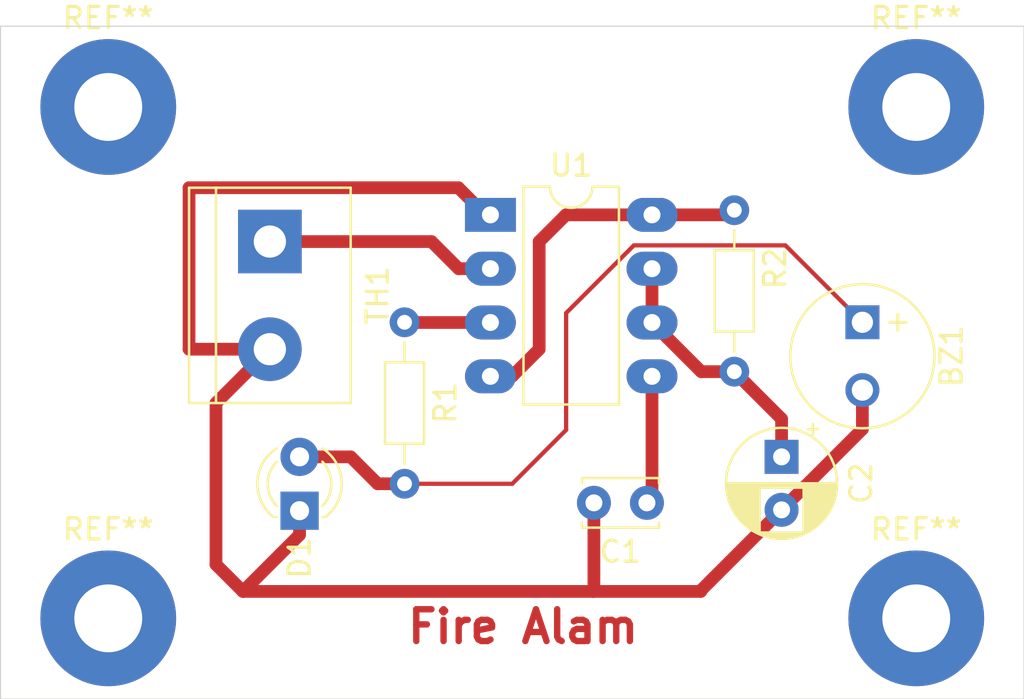
<source format=kicad_pcb>
(kicad_pcb (version 20240108) (generator "pcbnew") (generator_version "8.0")
  (layers (0 "F.Cu" signal) (31 "B.Cu" signal) (34 "B.Paste" user) (35 "F.Paste" user) (36 "B.SilkS" user "B.Silkscreen") (37 "F.SilkS" user "F.Silkscreen") (38 "B.Mask" user) (39 "F.Mask" user) (44 "Edge.Cuts" user))
  (net 0 "")
  (net 1 "Net-(U1-CV)")
  (net 2 "+5V")
  (net 3 "Net-(U1-DIS)")
  (net 4 "Net-(U1-Q)")
  (net 5 "Net-(U1-TR)")
  (net 6 "Net-(BZ1-+)")
  (net 7 "GND")
  (footprint "MountingHole:MountingHole_3.2mm_M3_Pad" (layer "F.Cu") (at 132.08 107.95)
    (property "Reference" "REF**" (at 0 -4.2 0) (layer "F.SilkS"))
    (property "Value" "MountingHole_3.2mm_M3_Pad" (hide yes))
    (pad "1" thru_hole circle (at 0 0) (size 6.4 6.4) (drill 3.2) (layers "*.Cu" "*.Mask"))
  )
  (footprint "Package_DIP:DIP-8_W7.62mm_LongPads" (layer "F.Cu") (at 112 88.91)
    (property "Reference" "U1" (at 3.81 -2.33 0) (layer "F.SilkS"))
    (property "Value" "NE555P" (hide yes))
    (fp_line (start 1.56 -1.33) (end 1.56 8.95) (stroke (width 0.12)) (layer "F.SilkS"))
    (fp_line (start 1.56 8.95) (end 6.06 8.95) (stroke (width 0.12)) (layer "F.SilkS"))
    (fp_line (start 2.81 -1.33) (end 1.56 -1.33) (stroke (width 0.12)) (layer "F.SilkS"))
    (fp_line (start 6.06 -1.33) (end 4.81 -1.33) (stroke (width 0.12)) (layer "F.SilkS"))
    (fp_line (start 6.06 8.95) (end 6.06 -1.33) (stroke (width 0.12)) (layer "F.SilkS"))
    (fp_arc (start 4.81 -1.33) (mid 3.81 -0.33) (end 2.81 -1.33) (stroke (width 0.12)) (layer "F.SilkS"))
    (pad "1" thru_hole rect (at 0 0) (size 2.4 1.6) (drill 0.8) (layers "*.Cu" "*.Mask") (net 7 "GND"))
    (pad "2" thru_hole oval (at 0 2.54) (size 2.4 1.6) (drill 0.8) (layers "*.Cu" "*.Mask") (net 5 "Net-(U1-TR)"))
    (pad "3" thru_hole oval (at 0 5.08) (size 2.4 1.6) (drill 0.8) (layers "*.Cu" "*.Mask") (net 4 "Net-(U1-Q)"))
    (pad "4" thru_hole oval (at 0 7.62) (size 2.4 1.6) (drill 0.8) (layers "*.Cu" "*.Mask") (net 2 "+5V"))
    (pad "5" thru_hole oval (at 7.62 7.62) (size 2.4 1.6) (drill 0.8) (layers "*.Cu" "*.Mask") (net 1 "Net-(U1-CV)"))
    (pad "6" thru_hole oval (at 7.62 5.08) (size 2.4 1.6) (drill 0.8) (layers "*.Cu" "*.Mask") (net 3 "Net-(U1-DIS)"))
    (pad "7" thru_hole oval (at 7.62 2.54) (size 2.4 1.6) (drill 0.8) (layers "*.Cu" "*.Mask") (net 3 "Net-(U1-DIS)"))
    (pad "8" thru_hole oval (at 7.62 0) (size 2.4 1.6) (drill 0.8) (layers "*.Cu" "*.Mask") (net 2 "+5V"))
  )
  (footprint "Buzzer_Beeper:MagneticBuzzer_Kingstate_KCG0601" (layer "F.Cu") (at 129.54 93.98 -90)
    (property "Reference" "BZ1" (at 1.6 -4.2 90) (layer "F.SilkS"))
    (property "Value" "Buzzer")
    (fp_circle (center 1.6 0) (end 5 0) (stroke (width 0.12)) (fill none) (layer "F.SilkS"))
    (fp_text user "+" (at 0 -1.6 90) (layer "F.SilkS"))
    (pad "1" thru_hole rect (at 0 0 270) (size 1.6 1.6) (drill 1) (layers "*.Cu" "*.Mask") (net 6 "Net-(BZ1-+)"))
    (pad "2" thru_hole circle (at 3.2 0 270) (size 1.6 1.6) (drill 1) (layers "*.Cu" "*.Mask") (net 7 "GND"))
  )
  (footprint "MountingHole:MountingHole_3.2mm_M3_Pad" (layer "F.Cu") (at 132.08 83.82)
    (property "Reference" "REF**" (at 0 -4.2 0) (layer "F.SilkS"))
    (property "Value" "MountingHole_3.2mm_M3_Pad" (hide yes))
    (pad "1" thru_hole circle (at 0 0) (size 6.4 6.4) (drill 3.2) (layers "*.Cu" "*.Mask"))
  )
  (footprint "MountingHole:MountingHole_3.2mm_M3_Pad" (layer "F.Cu") (at 93.98 107.95)
    (property "Reference" "REF**" (at 0 -4.2 0) (layer "F.SilkS"))
    (property "Value" "MountingHole_3.2mm_M3_Pad" (hide yes))
    (pad "1" thru_hole circle (at 0 0) (size 6.4 6.4) (drill 3.2) (layers "*.Cu" "*.Mask"))
  )
  (footprint "Resistor_THT:R_Axial_DIN0204_L3.6mm_D1.6mm_P7.62mm_Horizontal" (layer "F.Cu") (at 107.95 93.98 -90)
    (property "Reference" "R1" (at 3.81 -1.92 90) (layer "F.SilkS"))
    (property "Value" "R")
    (fp_line (start 1.89 0.92) (end 5.73 0.92) (stroke (width 0.12)) (layer "F.SilkS"))
    (fp_line (start 5.73 0.92) (end 5.73 -0.92) (stroke (width 0.12)) (layer "F.SilkS"))
    (fp_line (start 0.94 0) (end 1.89 0) (stroke (width 0.12)) (layer "F.SilkS"))
    (fp_line (start 6.68 0) (end 5.73 0) (stroke (width 0.12)) (layer "F.SilkS"))
    (fp_line (start 1.89 -0.92) (end 1.89 0.92) (stroke (width 0.12)) (layer "F.SilkS"))
    (fp_line (start 5.73 -0.92) (end 1.89 -0.92) (stroke (width 0.12)) (layer "F.SilkS"))
    (pad "1" thru_hole circle (at 0 0 270) (size 1.4 1.4) (drill 0.7) (layers "*.Cu" "*.Mask") (net 4 "Net-(U1-Q)"))
    (pad "2" thru_hole oval (at 7.62 0 270) (size 1.4 1.4) (drill 0.7) (layers "*.Cu" "*.Mask") (net 6 "Net-(BZ1-+)"))
  )
  (footprint "Capacitor_THT:C_Disc_D3.4mm_W2.1mm_P2.50mm" (layer "F.Cu") (at 119.38 102.5 180)
    (property "Reference" "C1" (at 1.25 -2.3 0) (layer "F.SilkS"))
    (property "Value" "C")
    (fp_line (start 3.07 0.925) (end 3.07 1.17) (stroke (width 0.12)) (layer "F.SilkS"))
    (fp_line (start 3.07 -1.17) (end 3.07 -0.925) (stroke (width 0.12)) (layer "F.SilkS"))
    (fp_line (start -0.57 1.17) (end 3.07 1.17) (stroke (width 0.12)) (layer "F.SilkS"))
    (fp_line (start -0.57 0.925) (end -0.57 1.17) (stroke (width 0.12)) (layer "F.SilkS"))
    (fp_line (start -0.57 -1.17) (end 3.07 -1.17) (stroke (width 0.12)) (layer "F.SilkS"))
    (fp_line (start -0.57 -1.17) (end -0.57 -0.925) (stroke (width 0.12)) (layer "F.SilkS"))
    (pad "1" thru_hole circle (at 0 0 180) (size 1.6 1.6) (drill 0.8) (layers "*.Cu" "*.Mask") (net 1 "Net-(U1-CV)"))
    (pad "2" thru_hole circle (at 2.5 0 180) (size 1.6 1.6) (drill 0.8) (layers "*.Cu" "*.Mask") (net 7 "GND"))
  )
  (footprint "Capacitor_THT:CP_Radial_D5.0mm_P2.50mm" (layer "F.Cu") (at 125.73 100.33 -90)
    (property "Reference" "C2" (at 1.25 -3.75 90) (layer "F.SilkS"))
    (property "Value" "C_Polarized")
    (fp_line (start 1.49 1.04) (end 1.49 2.569) (stroke (width 0.12)) (layer "F.SilkS"))
    (fp_line (start 1.53 1.04) (end 1.53 2.565) (stroke (width 0.12)) (layer "F.SilkS"))
    (fp_line (start 1.57 1.04) (end 1.57 2.561) (stroke (width 0.12)) (layer "F.SilkS"))
    (fp_line (start 1.61 1.04) (end 1.61 2.556) (stroke (width 0.12)) (layer "F.SilkS"))
    (fp_line (start 1.65 1.04) (end 1.65 2.55) (stroke (width 0.12)) (layer "F.SilkS"))
    (fp_line (start 1.69 1.04) (end 1.69 2.543) (stroke (width 0.12)) (layer "F.SilkS"))
    (fp_line (start 1.73 1.04) (end 1.73 2.536) (stroke (width 0.12)) (layer "F.SilkS"))
    (fp_line (start 1.77 1.04) (end 1.77 2.528) (stroke (width 0.12)) (layer "F.SilkS"))
    (fp_line (start 1.81 1.04) (end 1.81 2.52) (stroke (width 0.12)) (layer "F.SilkS"))
    (fp_line (start 1.85 1.04) (end 1.85 2.511) (stroke (width 0.12)) (layer "F.SilkS"))
    (fp_line (start 1.89 1.04) (end 1.89 2.501) (stroke (width 0.12)) (layer "F.SilkS"))
    (fp_line (start 1.93 1.04) (end 1.93 2.491) (stroke (width 0.12)) (layer "F.SilkS"))
    (fp_line (start 1.971 1.04) (end 1.971 2.48) (stroke (width 0.12)) (layer "F.SilkS"))
    (fp_line (start 2.011 1.04) (end 2.011 2.468) (stroke (width 0.12)) (layer "F.SilkS"))
    (fp_line (start 2.051 1.04) (end 2.051 2.455) (stroke (width 0.12)) (layer "F.SilkS"))
    (fp_line (start 2.091 1.04) (end 2.091 2.442) (stroke (width 0.12)) (layer "F.SilkS"))
    (fp_line (start 2.131 1.04) (end 2.131 2.428) (stroke (width 0.12)) (layer "F.SilkS"))
    (fp_line (start 2.171 1.04) (end 2.171 2.414) (stroke (width 0.12)) (layer "F.SilkS"))
    (fp_line (start 2.211 1.04) (end 2.211 2.398) (stroke (width 0.12)) (layer "F.SilkS"))
    (fp_line (start 2.251 1.04) (end 2.251 2.382) (stroke (width 0.12)) (layer "F.SilkS"))
    (fp_line (start 2.291 1.04) (end 2.291 2.365) (stroke (width 0.12)) (layer "F.SilkS"))
    (fp_line (start 2.331 1.04) (end 2.331 2.348) (stroke (width 0.12)) (layer "F.SilkS"))
    (fp_line (start 2.371 1.04) (end 2.371 2.329) (stroke (width 0.12)) (layer "F.SilkS"))
    (fp_line (start 2.411 1.04) (end 2.411 2.31) (stroke (width 0.12)) (layer "F.SilkS"))
    (fp_line (start 2.451 1.04) (end 2.451 2.29) (stroke (width 0.12)) (layer "F.SilkS"))
    (fp_line (start 2.491 1.04) (end 2.491 2.268) (stroke (width 0.12)) (layer "F.SilkS"))
    (fp_line (start 2.531 1.04) (end 2.531 2.247) (stroke (width 0.12)) (layer "F.SilkS"))
    (fp_line (start 2.571 1.04) (end 2.571 2.224) (stroke (width 0.12)) (layer "F.SilkS"))
    (fp_line (start 2.611 1.04) (end 2.611 2.2) (stroke (width 0.12)) (layer "F.SilkS"))
    (fp_line (start 2.651 1.04) (end 2.651 2.175) (stroke (width 0.12)) (layer "F.SilkS"))
    (fp_line (start 2.691 1.04) (end 2.691 2.149) (stroke (width 0.12)) (layer "F.SilkS"))
    (fp_line (start 2.731 1.04) (end 2.731 2.122) (stroke (width 0.12)) (layer "F.SilkS"))
    (fp_line (start 2.771 1.04) (end 2.771 2.095) (stroke (width 0.12)) (layer "F.SilkS"))
    (fp_line (start 2.811 1.04) (end 2.811 2.065) (stroke (width 0.12)) (layer "F.SilkS"))
    (fp_line (start 2.851 1.04) (end 2.851 2.035) (stroke (width 0.12)) (layer "F.SilkS"))
    (fp_line (start 2.891 1.04) (end 2.891 2.004) (stroke (width 0.12)) (layer "F.SilkS"))
    (fp_line (start 2.931 1.04) (end 2.931 1.971) (stroke (width 0.12)) (layer "F.SilkS"))
    (fp_line (start 2.971 1.04) (end 2.971 1.937) (stroke (width 0.12)) (layer "F.SilkS"))
    (fp_line (start 3.011 1.04) (end 3.011 1.901) (stroke (width 0.12)) (layer "F.SilkS"))
    (fp_line (start 3.051 1.04) (end 3.051 1.864) (stroke (width 0.12)) (layer "F.SilkS"))
    (fp_line (start 3.091 1.04) (end 3.091 1.826) (stroke (width 0.12)) (layer "F.SilkS"))
    (fp_line (start 3.131 1.04) (end 3.131 1.785) (stroke (width 0.12)) (layer "F.SilkS"))
    (fp_line (start 3.171 1.04) (end 3.171 1.743) (stroke (width 0.12)) (layer "F.SilkS"))
    (fp_line (start 3.211 1.04) (end 3.211 1.699) (stroke (width 0.12)) (layer "F.SilkS"))
    (fp_line (start 3.251 1.04) (end 3.251 1.653) (stroke (width 0.12)) (layer "F.SilkS"))
    (fp_line (start 3.291 1.04) (end 3.291 1.605) (stroke (width 0.12)) (layer "F.SilkS"))
    (fp_line (start 3.331 1.04) (end 3.331 1.554) (stroke (width 0.12)) (layer "F.SilkS"))
    (fp_line (start 3.371 1.04) (end 3.371 1.5) (stroke (width 0.12)) (layer "F.SilkS"))
    (fp_line (start 3.411 1.04) (end 3.411 1.443) (stroke (width 0.12)) (layer "F.SilkS"))
    (fp_line (start 3.451 1.04) (end 3.451 1.383) (stroke (width 0.12)) (layer "F.SilkS"))
    (fp_line (start 3.491 1.04) (end 3.491 1.319) (stroke (width 0.12)) (layer "F.SilkS"))
    (fp_line (start 3.531 1.04) (end 3.531 1.251) (stroke (width 0.12)) (layer "F.SilkS"))
    (fp_line (start 3.851 -0.284) (end 3.851 0.284) (stroke (width 0.12)) (layer "F.SilkS"))
    (fp_line (start 3.811 -0.518) (end 3.811 0.518) (stroke (width 0.12)) (layer "F.SilkS"))
    (fp_line (start 3.771 -0.677) (end 3.771 0.677) (stroke (width 0.12)) (layer "F.SilkS"))
    (fp_line (start 3.731 -0.805) (end 3.731 0.805) (stroke (width 0.12)) (layer "F.SilkS"))
    (fp_line (start 3.691 -0.915) (end 3.691 0.915) (stroke (width 0.12)) (layer "F.SilkS"))
    (fp_line (start 3.651 -1.011) (end 3.651 1.011) (stroke (width 0.12)) (layer "F.SilkS"))
    (fp_line (start 3.611 -1.098) (end 3.611 1.098) (stroke (width 0.12)) (layer "F.SilkS"))
    (fp_line (start 3.571 -1.178) (end 3.571 1.178) (stroke (width 0.12)) (layer "F.SilkS"))
    (fp_line (start 3.531 -1.251) (end 3.531 -1.04) (stroke (width 0.12)) (layer "F.SilkS"))
    (fp_line (start 3.491 -1.319) (end 3.491 -1.04) (stroke (width 0.12)) (layer "F.SilkS"))
    (fp_line (start 3.451 -1.383) (end 3.451 -1.04) (stroke (width 0.12)) (layer "F.SilkS"))
    (fp_line (start 3.411 -1.443) (end 3.411 -1.04) (stroke (width 0.12)) (layer "F.SilkS"))
    (fp_line (start -1.554775 -1.475) (end -1.054775 -1.475) (stroke (width 0.12)) (layer "F.SilkS"))
    (fp_line (start 3.371 -1.5) (end 3.371 -1.04) (stroke (width 0.12)) (layer "F.SilkS"))
    (fp_line (start 3.331 -1.554) (end 3.331 -1.04) (stroke (width 0.12)) (layer "F.SilkS"))
    (fp_line (start 3.291 -1.605) (end 3.291 -1.04) (stroke (width 0.12)) (layer "F.SilkS"))
    (fp_line (start 3.251 -1.653) (end 3.251 -1.04) (stroke (width 0.12)) (layer "F.SilkS"))
    (fp_line (start 3.211 -1.699) (end 3.211 -1.04) (stroke (width 0.12)) (layer "F.SilkS"))
    (fp_line (start -1.304775 -1.725) (end -1.304775 -1.225) (stroke (width 0.12)) (layer "F.SilkS"))
    (fp_line (start 3.171 -1.743) (end 3.171 -1.04) (stroke (width 0.12)) (layer "F.SilkS"))
    (fp_line (start 3.131 -1.785) (end 3.131 -1.04) (stroke (width 0.12)) (layer "F.SilkS"))
    (fp_line (start 3.091 -1.826) (end 3.091 -1.04) (stroke (width 0.12)) (layer "F.SilkS"))
    (fp_line (start 3.051 -1.864) (end 3.051 -1.04) (stroke (width 0.12)) (layer "F.SilkS"))
    (fp_line (start 3.011 -1.901) (end 3.011 -1.04) (stroke (width 0.12)) (layer "F.SilkS"))
    (fp_line (start 2.971 -1.937) (end 2.971 -1.04) (stroke (width 0.12)) (layer "F.SilkS"))
    (fp_line (start 2.931 -1.971) (end 2.931 -1.04) (stroke (width 0.12)) (layer "F.SilkS"))
    (fp_line (start 2.891 -2.004) (end 2.891 -1.04) (stroke (width 0.12)) (layer "F.SilkS"))
    (fp_line (start 2.851 -2.035) (end 2.851 -1.04) (stroke (width 0.12)) (layer "F.SilkS"))
    (fp_line (start 2.811 -2.065) (end 2.811 -1.04) (stroke (width 0.12)) (layer "F.SilkS"))
    (fp_line (start 2.771 -2.095) (end 2.771 -1.04) (stroke (width 0.12)) (layer "F.SilkS"))
    (fp_line (start 2.731 -2.122) (end 2.731 -1.04) (stroke (width 0.12)) (layer "F.SilkS"))
    (fp_line (start 2.691 -2.149) (end 2.691 -1.04) (stroke (width 0.12)) (layer "F.SilkS"))
    (fp_line (start 2.651 -2.175) (end 2.651 -1.04) (stroke (width 0.12)) (layer "F.SilkS"))
    (fp_line (start 2.611 -2.2) (end 2.611 -1.04) (stroke (width 0.12)) (layer "F.SilkS"))
    (fp_line (start 2.571 -2.224) (end 2.571 -1.04) (stroke (width 0.12)) (layer "F.SilkS"))
    (fp_line (start 2.531 -2.247) (end 2.531 -1.04) (stroke (width 0.12)) (layer "F.SilkS"))
    (fp_line (start 2.491 -2.268) (end 2.491 -1.04) (stroke (width 0.12)) (layer "F.SilkS"))
    (fp_line (start 2.451 -2.29) (end 2.451 -1.04) (stroke (width 0.12)) (layer "F.SilkS"))
    (fp_line (start 2.411 -2.31) (end 2.411 -1.04) (stroke (width 0.12)) (layer "F.SilkS"))
    (fp_line (start 2.371 -2.329) (end 2.371 -1.04) (stroke (width 0.12)) (layer "F.SilkS"))
    (fp_line (start 2.331 -2.348) (end 2.331 -1.04) (stroke (width 0.12)) (layer "F.SilkS"))
    (fp_line (start 2.291 -2.365) (end 2.291 -1.04) (stroke (width 0.12)) (layer "F.SilkS"))
    (fp_line (start 2.251 -2.382) (end 2.251 -1.04) (stroke (width 0.12)) (layer "F.SilkS"))
    (fp_line (start 2.211 -2.398) (end 2.211 -1.04) (stroke (width 0.12)) (layer "F.SilkS"))
    (fp_line (start 2.171 -2.414) (end 2.171 -1.04) (stroke (width 0.12)) (layer "F.SilkS"))
    (fp_line (start 2.131 -2.428) (end 2.131 -1.04) (stroke (width 0.12)) (layer "F.SilkS"))
    (fp_line (start 2.091 -2.442) (end 2.091 -1.04) (stroke (width 0.12)) (layer "F.SilkS"))
    (fp_line (start 2.051 -2.455) (end 2.051 -1.04) (stroke (width 0.12)) (layer "F.SilkS"))
    (fp_line (start 2.011 -2.468) (end 2.011 -1.04) (stroke (width 0.12)) (layer "F.SilkS"))
    (fp_line (start 1.971 -2.48) (end 1.971 -1.04) (stroke (width 0.12)) (layer "F.SilkS"))
    (fp_line (start 1.93 -2.491) (end 1.93 -1.04) (stroke (width 0.12)) (layer "F.SilkS"))
    (fp_line (start 1.89 -2.501) (end 1.89 -1.04) (stroke (width 0.12)) (layer "F.SilkS"))
    (fp_line (start 1.85 -2.511) (end 1.85 -1.04) (stroke (width 0.12)) (layer "F.SilkS"))
    (fp_line (start 1.81 -2.52) (end 1.81 -1.04) (stroke (width 0.12)) (layer "F.SilkS"))
    (fp_line (start 1.77 -2.528) (end 1.77 -1.04) (stroke (width 0.12)) (layer "F.SilkS"))
    (fp_line (start 1.73 -2.536) (end 1.73 -1.04) (stroke (width 0.12)) (layer "F.SilkS"))
    (fp_line (start 1.69 -2.543) (end 1.69 -1.04) (stroke (width 0.12)) (layer "F.SilkS"))
    (fp_line (start 1.65 -2.55) (end 1.65 -1.04) (stroke (width 0.12)) (layer "F.SilkS"))
    (fp_line (start 1.61 -2.556) (end 1.61 -1.04) (stroke (width 0.12)) (layer "F.SilkS"))
    (fp_line (start 1.57 -2.561) (end 1.57 -1.04) (stroke (width 0.12)) (layer "F.SilkS"))
    (fp_line (start 1.53 -2.565) (end 1.53 -1.04) (stroke (width 0.12)) (layer "F.SilkS"))
    (fp_line (start 1.49 -2.569) (end 1.49 -1.04) (stroke (width 0.12)) (layer "F.SilkS"))
    (fp_line (start 1.45 -2.573) (end 1.45 2.573) (stroke (width 0.12)) (layer "F.SilkS"))
    (fp_line (start 1.41 -2.576) (end 1.41 2.576) (stroke (width 0.12)) (layer "F.SilkS"))
    (fp_line (start 1.37 -2.578) (end 1.37 2.578) (stroke (width 0.12)) (layer "F.SilkS"))
    (fp_line (start 1.33 -2.579) (end 1.33 2.579) (stroke (width 0.12)) (layer "F.SilkS"))
    (fp_line (start 1.25 -2.58) (end 1.25 2.58) (stroke (width 0.12)) (layer "F.SilkS"))
    (fp_line (start 1.29 -2.58) (end 1.29 2.58) (stroke (width 0.12)) (layer "F.SilkS"))
    (fp_circle (center 1.25 0) (end 3.87 0) (stroke (width 0.12)) (fill none) (layer "F.SilkS"))
    (pad "1" thru_hole rect (at 0 0 270) (size 1.6 1.6) (drill 0.8) (layers "*.Cu" "*.Mask") (net 3 "Net-(U1-DIS)"))
    (pad "2" thru_hole circle (at 2.5 0 270) (size 1.6 1.6) (drill 0.8) (layers "*.Cu" "*.Mask") (net 7 "GND"))
  )
  (footprint "LED_THT:LED_D3.0mm" (layer "F.Cu") (at 103 102.87 90)
    (property "Reference" "D1" (at -2.225 0 90) (layer "F.SilkS"))
    (property "Value" "LED")
    (fp_line (start -0.29 -1.236) (end -0.29 -1.08) (stroke (width 0.12)) (layer "F.SilkS"))
    (fp_line (start -0.29 1.08) (end -0.29 1.236) (stroke (width 0.12)) (layer "F.SilkS"))
    (fp_arc (start -0.29 -1.235516) (mid 1.366487 -1.987659) (end 2.942335 -1.078608) (stroke (width 0.12)) (layer "F.SilkS"))
    (fp_arc (start 0.229039 -1.08) (mid 1.270117 -1.5) (end 2.31113 -1.079837) (stroke (width 0.12)) (layer "F.SilkS"))
    (fp_arc (start 2.942335 1.078608) (mid 1.366487 1.987659) (end -0.29 1.235516) (stroke (width 0.12)) (layer "F.SilkS"))
    (fp_arc (start 2.31113 1.079837) (mid 1.270117 1.5) (end 0.229039 1.08) (stroke (width 0.12)) (layer "F.SilkS"))
    (pad "1" thru_hole rect (at 0 0 90) (size 1.8 1.8) (drill 0.9) (layers "*.Cu" "*.Mask") (net 7 "GND"))
    (pad "2" thru_hole circle (at 2.54 0 90) (size 1.8 1.8) (drill 0.9) (layers "*.Cu" "*.Mask") (net 6 "Net-(BZ1-+)"))
  )
  (footprint "Resistor_THT:R_Axial_DIN0204_L3.6mm_D1.6mm_P7.62mm_Horizontal" (layer "F.Cu") (at 123.5 88.69 -90)
    (property "Reference" "R2" (at 2.75 -1.92 90) (layer "F.SilkS"))
    (property "Value" "R")
    (fp_line (start 1.89 0.92) (end 5.73 0.92) (stroke (width 0.12)) (layer "F.SilkS"))
    (fp_line (start 5.73 0.92) (end 5.73 -0.92) (stroke (width 0.12)) (layer "F.SilkS"))
    (fp_line (start 0.94 0) (end 1.89 0) (stroke (width 0.12)) (layer "F.SilkS"))
    (fp_line (start 6.68 0) (end 5.73 0) (stroke (width 0.12)) (layer "F.SilkS"))
    (fp_line (start 1.89 -0.92) (end 1.89 0.92) (stroke (width 0.12)) (layer "F.SilkS"))
    (fp_line (start 5.73 -0.92) (end 1.89 -0.92) (stroke (width 0.12)) (layer "F.SilkS"))
    (pad "1" thru_hole circle (at 0 0 270) (size 1.4 1.4) (drill 0.7) (layers "*.Cu" "*.Mask") (net 2 "+5V"))
    (pad "2" thru_hole oval (at 7.62 0 270) (size 1.4 1.4) (drill 0.7) (layers "*.Cu" "*.Mask") (net 3 "Net-(U1-DIS)"))
  )
  (footprint "TerminalBlock:TerminalBlock_bornier-2_P5.08mm" (layer "F.Cu") (at 101.6 90.17 -90)
    (property "Reference" "TH1" (at 2.54 -5.08 90) (layer "F.SilkS"))
    (property "Value" "Thermistor")
    (fp_line (start -2.54 3.81) (end 7.62 3.81) (stroke (width 0.12)) (layer "F.SilkS"))
    (fp_line (start 7.62 3.81) (end 7.62 -3.81) (stroke (width 0.12)) (layer "F.SilkS"))
    (fp_line (start 7.62 2.54) (end -2.54 2.54) (stroke (width 0.12)) (layer "F.SilkS"))
    (fp_line (start -2.54 -3.81) (end -2.54 3.81) (stroke (width 0.12)) (layer "F.SilkS"))
    (fp_line (start 7.62 -3.81) (end -2.54 -3.81) (stroke (width 0.12)) (layer "F.SilkS"))
    (pad "1" thru_hole rect (at 0 0 270) (size 3 3) (drill 1.52) (layers "*.Cu" "*.Mask") (net 5 "Net-(U1-TR)"))
    (pad "2" thru_hole circle (at 5.08 0 270) (size 3 3) (drill 1.52) (layers "*.Cu" "*.Mask") (net 7 "GND"))
  )
  (footprint "MountingHole:MountingHole_3.2mm_M3_Pad" (layer "F.Cu") (at 93.98 83.82)
    (property "Reference" "REF**" (at 0 -4.2 0) (layer "F.SilkS"))
    (property "Value" "MountingHole_3.2mm_M3_Pad" (hide yes))
    (pad "1" thru_hole circle (at 0 0) (size 6.4 6.4) (drill 3.2) (layers "*.Cu" "*.Mask"))
  )
  (gr_line (start 137.16 80.01) (end 88.9 80.01) (stroke (width 0.05)) (layer "Edge.Cuts"))
  (gr_line (start 137.16 111.76) (end 137.16 80.01) (stroke (width 0.05)) (layer "Edge.Cuts"))
  (gr_line (start 88.9 111.76) (end 137.16 111.76) (stroke (width 0.05)) (layer "Edge.Cuts"))
  (gr_line (start 88.9 80.01) (end 88.9 111.76) (stroke (width 0.05)) (layer "Edge.Cuts"))
  (gr_text "Fire Alam" (at 107.95 109.22 0) (layer "F.Cu") (effects (font (size 1.5 1.5) (thickness 0.3) (bold yes)) (justify left bottom)))
  (segment (start 119.62 96.53) (end 119.62 102.26) (width 0.6) (layer "F.Cu") (net 1))
  (segment (start 119.62 102.26) (end 119.38 102.5) (width 0.6) (layer "F.Cu") (net 1))
  (segment (start 114.3 95.25) (end 114.3 90.17) (width 0.6) (layer "F.Cu") (net 2))
  (segment (start 112 96.53) (end 113.02 96.53) (width 0.6) (layer "F.Cu") (net 2))
  (segment (start 114.3 90.17) (end 115.56 88.91) (width 0.6) (layer "F.Cu") (net 2))
  (segment (start 113.02 96.53) (end 114.3 95.25) (width 0.6) (layer "F.Cu") (net 2))
  (segment (start 115.56 88.91) (end 119.62 88.91) (width 0.6) (layer "F.Cu") (net 2))
  (segment (start 123.28 88.91) (end 123.5 88.69) (width 0.6) (layer "F.Cu") (net 2))
  (segment (start 119.62 88.91) (end 123.28 88.91) (width 0.6) (layer "F.Cu") (net 2))
  (segment (start 123.5 96.31) (end 121.94 96.31) (width 0.6) (layer "F.Cu") (net 3))
  (segment (start 119.62 93.99) (end 119.62 91.45) (width 0.6) (layer "F.Cu") (net 3))
  (segment (start 125.73 100.33) (end 125.73 98.54) (width 0.6) (layer "F.Cu") (net 3))
  (segment (start 121.94 96.31) (end 119.62 93.99) (width 0.6) (layer "F.Cu") (net 3))
  (segment (start 125.73 98.54) (end 123.5 96.31) (width 0.6) (layer "F.Cu") (net 3))
  (segment (start 107.96 93.99) (end 107.95 93.98) (width 0.6) (layer "F.Cu") (net 4))
  (segment (start 112 93.99) (end 107.96 93.99) (width 0.6) (layer "F.Cu") (net 4))
  (segment (start 101.6 90.17) (end 109.22 90.17) (width 0.6) (layer "F.Cu") (net 5))
  (segment (start 109.22 90.17) (end 110.5 91.45) (width 0.6) (layer "F.Cu") (net 5))
  (segment (start 110.5 91.45) (end 112 91.45) (width 0.6) (layer "F.Cu") (net 5))
  (segment (start 107.95 101.6) (end 113.03 101.6) (width 0.2) (layer "F.Cu") (net 6))
  (segment (start 105.41 100.33) (end 103 100.33) (width 0.6) (layer "F.Cu") (net 6))
  (segment (start 115.57 99.06) (end 115.57 93.544365) (width 0.2) (layer "F.Cu") (net 6))
  (segment (start 107.95 101.6) (end 106.68 101.6) (width 0.6) (layer "F.Cu") (net 6))
  (segment (start 113.03 101.6) (end 115.57 99.06) (width 0.2) (layer "F.Cu") (net 6))
  (segment (start 125.91 90.35) (end 129.54 93.98) (width 0.2) (layer "F.Cu") (net 6))
  (segment (start 106.68 101.6) (end 105.41 100.33) (width 0.6) (layer "F.Cu") (net 6))
  (segment (start 118.764365 90.35) (end 125.91 90.35) (width 0.2) (layer "F.Cu") (net 6))
  (segment (start 115.57 93.544365) (end 118.764365 90.35) (width 0.2) (layer "F.Cu") (net 6))
  (segment (start 129.54 99.02) (end 129.54 97.18) (width 0.6) (layer "F.Cu") (net 7))
  (segment (start 103 104.01) (end 100.33 106.68) (width 0.6) (layer "F.Cu") (net 7))
  (segment (start 100.33 106.68) (end 99.06 105.41) (width 0.6) (layer "F.Cu") (net 7))
  (segment (start 116.88 102.5) (end 116.88 106.64) (width 0.6) (layer "F.Cu") (net 7))
  (segment (start 103 102.87) (end 103 104.01) (width 0.6) (layer "F.Cu") (net 7))
  (segment (start 116.84 106.68) (end 100.33 106.68) (width 0.6) (layer "F.Cu") (net 7))
  (segment (start 99.06 105.41) (end 99.06 97.79) (width 0.6) (layer "F.Cu") (net 7))
  (segment (start 125.73 102.83) (end 121.92 106.64) (width 0.6) (layer "F.Cu") (net 7))
  (segment (start 97.79 95.25) (end 101.6 95.25) (width 0.6) (layer "F.Cu") (net 7))
  (segment (start 116.88 106.64) (end 116.84 106.68) (width 0.6) (layer "F.Cu") (net 7))
  (segment (start 99.06 97.79) (end 101.6 95.25) (width 0.6) (layer "F.Cu") (net 7))
  (segment (start 125.73 102.83) (end 129.54 99.02) (width 0.6) (layer "F.Cu") (net 7))
  (segment (start 97.79 87.63) (end 97.79 95.25) (width 0.6) (layer "F.Cu") (net 7))
  (segment (start 111.77 88.91) (end 110.49 87.63) (width 0.6) (layer "F.Cu") (net 7))
  (segment (start 121.92 106.68) (end 116.84 106.68) (width 0.6) (layer "F.Cu") (net 7))
  (segment (start 121.92 106.64) (end 121.92 106.68) (width 0.6) (layer "F.Cu") (net 7))
  (segment (start 110.49 87.63) (end 97.79 87.63) (width 0.6) (layer "F.Cu") (net 7))
  (segment (start 112 88.91) (end 111.77 88.91) (width 0.6) (layer "F.Cu") (net 7))
)
</source>
